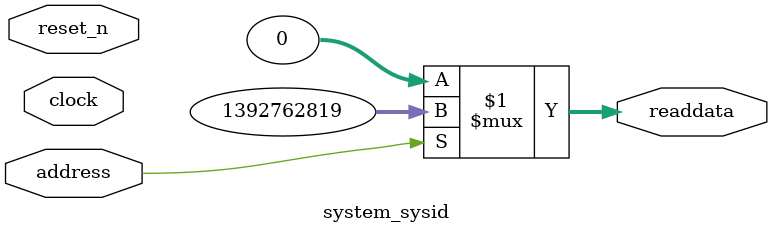
<source format=v>

`timescale 1ns / 1ps
// synthesis translate_on

// turn off superfluous verilog processor warnings 
// altera message_level Level1 
// altera message_off 10034 10035 10036 10037 10230 10240 10030 

module system_sysid (
               // inputs:
                address,
                clock,
                reset_n,

               // outputs:
                readdata
             )
;

  output  [ 31: 0] readdata;
  input            address;
  input            clock;
  input            reset_n;

  wire    [ 31: 0] readdata;
  //control_slave, which is an e_avalon_slave
  assign readdata = address ? 1392762819 : 0;

endmodule




</source>
